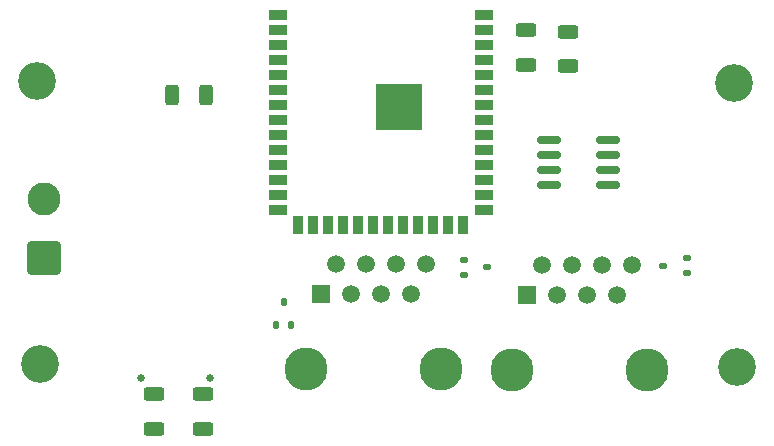
<source format=gbr>
%TF.GenerationSoftware,KiCad,Pcbnew,9.0.4*%
%TF.CreationDate,2025-09-12T11:43:07+02:00*%
%TF.ProjectId,inverter comms,696e7665-7274-4657-9220-636f6d6d732e,rev?*%
%TF.SameCoordinates,Original*%
%TF.FileFunction,Soldermask,Bot*%
%TF.FilePolarity,Negative*%
%FSLAX46Y46*%
G04 Gerber Fmt 4.6, Leading zero omitted, Abs format (unit mm)*
G04 Created by KiCad (PCBNEW 9.0.4) date 2025-09-12 11:43:07*
%MOMM*%
%LPD*%
G01*
G04 APERTURE LIST*
G04 Aperture macros list*
%AMRoundRect*
0 Rectangle with rounded corners*
0 $1 Rounding radius*
0 $2 $3 $4 $5 $6 $7 $8 $9 X,Y pos of 4 corners*
0 Add a 4 corners polygon primitive as box body*
4,1,4,$2,$3,$4,$5,$6,$7,$8,$9,$2,$3,0*
0 Add four circle primitives for the rounded corners*
1,1,$1+$1,$2,$3*
1,1,$1+$1,$4,$5*
1,1,$1+$1,$6,$7*
1,1,$1+$1,$8,$9*
0 Add four rect primitives between the rounded corners*
20,1,$1+$1,$2,$3,$4,$5,0*
20,1,$1+$1,$4,$5,$6,$7,0*
20,1,$1+$1,$6,$7,$8,$9,0*
20,1,$1+$1,$8,$9,$2,$3,0*%
G04 Aperture macros list end*
%ADD10RoundRect,0.150000X-0.825000X-0.150000X0.825000X-0.150000X0.825000X0.150000X-0.825000X0.150000X0*%
%ADD11C,3.650000*%
%ADD12R,1.500000X1.500000*%
%ADD13C,1.500000*%
%ADD14C,3.200000*%
%ADD15RoundRect,0.250001X1.149999X-1.149999X1.149999X1.149999X-1.149999X1.149999X-1.149999X-1.149999X0*%
%ADD16C,2.800000*%
%ADD17C,0.650000*%
%ADD18R,1.500000X0.900000*%
%ADD19R,0.900000X1.500000*%
%ADD20C,0.600000*%
%ADD21R,3.900000X3.900000*%
%ADD22RoundRect,0.250000X-0.625000X0.312500X-0.625000X-0.312500X0.625000X-0.312500X0.625000X0.312500X0*%
%ADD23RoundRect,0.112500X0.237500X-0.112500X0.237500X0.112500X-0.237500X0.112500X-0.237500X-0.112500X0*%
%ADD24RoundRect,0.112500X0.112500X0.237500X-0.112500X0.237500X-0.112500X-0.237500X0.112500X-0.237500X0*%
%ADD25RoundRect,0.112500X-0.237500X0.112500X-0.237500X-0.112500X0.237500X-0.112500X0.237500X0.112500X0*%
%ADD26RoundRect,0.250000X-0.312500X-0.625000X0.312500X-0.625000X0.312500X0.625000X-0.312500X0.625000X0*%
G04 APERTURE END LIST*
D10*
%TO.C,U2*%
X150725000Y-81410000D03*
X150725000Y-80140000D03*
X150725000Y-78870000D03*
X150725000Y-77600000D03*
X155675000Y-77600000D03*
X155675000Y-78870000D03*
X155675000Y-80140000D03*
X155675000Y-81410000D03*
%TD*%
D11*
%TO.C,J1*%
X147600000Y-97100000D03*
X159030000Y-97100000D03*
D12*
X148870000Y-90750000D03*
D13*
X150140000Y-88210000D03*
X151410000Y-90750000D03*
X152680000Y-88210000D03*
X153950000Y-90750000D03*
X155220000Y-88210000D03*
X156490000Y-90750000D03*
X157760000Y-88210000D03*
%TD*%
D14*
%TO.C,H3*%
X107600000Y-96600000D03*
%TD*%
D15*
%TO.C,J4*%
X108000000Y-87600000D03*
D16*
X108000000Y-82600000D03*
%TD*%
D17*
%TO.C,J3*%
X116215000Y-97805000D03*
X121995000Y-97805000D03*
%TD*%
D14*
%TO.C,H4*%
X166600000Y-96800000D03*
%TD*%
D11*
%TO.C,J2*%
X130170000Y-97000000D03*
X141600000Y-97000000D03*
D12*
X131440000Y-90650000D03*
D13*
X132710000Y-88110000D03*
X133980000Y-90650000D03*
X135250000Y-88110000D03*
X136520000Y-90650000D03*
X137790000Y-88110000D03*
X139060000Y-90650000D03*
X140330000Y-88110000D03*
%TD*%
D14*
%TO.C,H2*%
X166400000Y-72800000D03*
%TD*%
%TO.C,H1*%
X107400000Y-72600000D03*
%TD*%
D18*
%TO.C,U1*%
X145237500Y-67070000D03*
X145237500Y-68340000D03*
X145237500Y-69610000D03*
X145237500Y-70880000D03*
X145237500Y-72150000D03*
X145237500Y-73420000D03*
X145237500Y-74690000D03*
X145237500Y-75960000D03*
X145237500Y-77230000D03*
X145237500Y-78500000D03*
X145237500Y-79770000D03*
X145237500Y-81040000D03*
X145237500Y-82310000D03*
X145237500Y-83580000D03*
D19*
X143472500Y-84830000D03*
X142202500Y-84830000D03*
X140932500Y-84830000D03*
X139662500Y-84830000D03*
X138392500Y-84830000D03*
X137122500Y-84830000D03*
X135852500Y-84830000D03*
X134582500Y-84830000D03*
X133312500Y-84830000D03*
X132042500Y-84830000D03*
X130772500Y-84830000D03*
X129502500Y-84830000D03*
D18*
X127737500Y-83580000D03*
X127737500Y-82310000D03*
X127737500Y-81040000D03*
X127737500Y-79770000D03*
X127737500Y-78500000D03*
X127737500Y-77230000D03*
X127737500Y-75960000D03*
X127737500Y-74690000D03*
X127737500Y-73420000D03*
X127737500Y-72150000D03*
X127737500Y-70880000D03*
X127737500Y-69610000D03*
X127737500Y-68340000D03*
X127737500Y-67070000D03*
D20*
X139387500Y-75490000D03*
X139387500Y-74090000D03*
X138687500Y-76190000D03*
X138687500Y-74790000D03*
X138687500Y-73390000D03*
X137987500Y-75490000D03*
D21*
X137987500Y-74790000D03*
D20*
X137987500Y-74090000D03*
X137287500Y-76190000D03*
X137287500Y-74790000D03*
X137287500Y-73390000D03*
X136587500Y-75490000D03*
X136587500Y-74090000D03*
%TD*%
D22*
%TO.C,R3*%
X121400000Y-99137500D03*
X121400000Y-102062500D03*
%TD*%
%TO.C,C1*%
X148800000Y-68337500D03*
X148800000Y-71262500D03*
%TD*%
%TO.C,R1*%
X117300000Y-99137500D03*
X117300000Y-102062500D03*
%TD*%
D23*
%TO.C,D4*%
X143500000Y-89050000D03*
X143500000Y-87750000D03*
X145500000Y-88400000D03*
%TD*%
D24*
%TO.C,D6*%
X128900000Y-93300000D03*
X127600000Y-93300000D03*
X128250000Y-91300000D03*
%TD*%
D25*
%TO.C,D5*%
X162400000Y-87600000D03*
X162400000Y-88900000D03*
X160400000Y-88250000D03*
%TD*%
D22*
%TO.C,C3*%
X152300000Y-68437500D03*
X152300000Y-71362500D03*
%TD*%
D26*
%TO.C,R10*%
X118775000Y-73800000D03*
X121700000Y-73800000D03*
%TD*%
M02*

</source>
